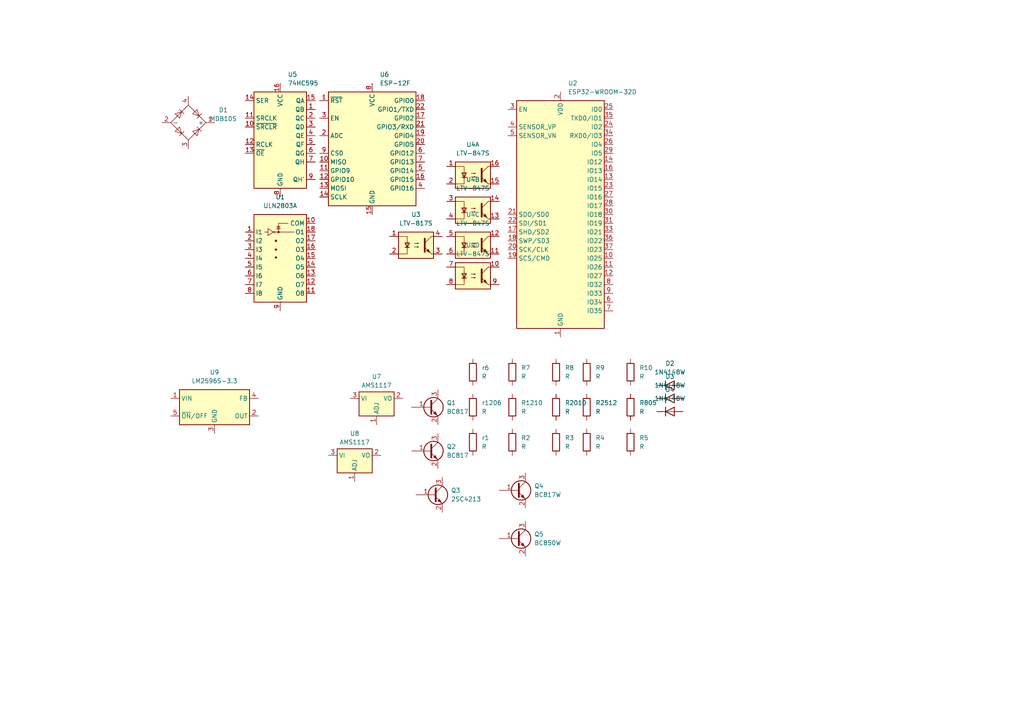
<source format=kicad_sch>
(kicad_sch (version 20230121) (generator eeschema)
  (paper "A4")
  (lib_symbols
    (symbol "74xx:74HC595"
      (property "Reference" "U" (at -7.62 13.97 0))
      (property "Value" "74HC595" (at -7.62 -16.51 0))
      (symbol "74HC595_1_0"
        (pin tri_state line (at 10.16 7.62 180) (length 2.54) (name "QB") (number "1"))
        (pin input line (at -10.16 2.54 0) (length 2.54) (name "~{SRCLR}") (number "10"))
        (pin input line (at -10.16 5.08 0) (length 2.54) (name "SRCLK") (number "11"))
        (pin input line (at -10.16 -2.54 0) (length 2.54) (name "RCLK") (number "12"))
        (pin input line (at -10.16 -5.08 0) (length 2.54) (name "~{OE}") (number "13"))
        (pin input line (at -10.16 10.16 0) (length 2.54) (name "SER") (number "14"))
        (pin tri_state line (at 10.16 10.16 180) (length 2.54) (name "QA") (number "15"))
        (pin power_in line (at 0 15.24 270) (length 2.54) (name "VCC") (number "16"))
        (pin tri_state line (at 10.16 5.08 180) (length 2.54) (name "QC") (number "2"))
        (pin tri_state line (at 10.16 2.54 180) (length 2.54) (name "QD") (number "3"))
        (pin tri_state line (at 10.16 0 180) (length 2.54) (name "QE") (number "4"))
        (pin tri_state line (at 10.16 -2.54 180) (length 2.54) (name "QF") (number "5"))
        (pin tri_state line (at 10.16 -5.08 180) (length 2.54) (name "QG") (number "6"))
        (pin tri_state line (at 10.16 -7.62 180) (length 2.54) (name "QH") (number "7"))
        (pin power_in line (at 0 -17.78 90) (length 2.54) (name "GND") (number "8"))
        (pin output line (at 10.16 -12.7 180) (length 2.54) (name "QH'") (number "9"))
      )
      (symbol "74HC595_1_1"
        (rectangle (start -7.62 12.7) (end 7.62 -15.24) (stroke (width 0.254)) (fill (type background)))
      )
    )
    (symbol "Device:R" (pin_numbers hide) (pin_names (offset 0))
      (property "Reference" "R" (at 2.032 0 90))
      (property "Value" "R" (at 0 0 90))
      (symbol "R_0_1"
        (rectangle (start -1.016 -2.54) (end 1.016 2.54) (stroke (width 0.254)))
      )
      (symbol "R_1_1"
        (pin passive line (at 0 3.81 270) (length 1.27) (name "~") (number "1"))
        (pin passive line (at 0 -3.81 90) (length 1.27) (name "~") (number "2"))
      )
    )
    (symbol "Diode:1N4148W" (pin_numbers hide) (pin_names hide)
      (property "Reference" "D" (at 0 2.54 0))
      (property "Value" "1N4148W" (at 0 -2.54 0))
      (symbol "1N4148W_0_1"
        (polyline (pts (xy -1.27 1.27) (xy -1.27 -1.27)) (stroke (width 0.254)))
        (polyline (pts (xy 1.27 0) (xy -1.27 0)))
        (polyline (pts (xy 1.27 1.27) (xy 1.27 -1.27) (xy -1.27 0) (xy 1.27 1.27)) (stroke (width 0.254)))
      )
      (symbol "1N4148W_1_1"
        (pin passive line (at -3.81 0 0) (length 2.54) (name "K") (number "1"))
        (pin passive line (at 3.81 0 180) (length 2.54) (name "A") (number "2"))
      )
    )
    (symbol "Diode_Bridge:MDB10S"
      (property "Reference" "D" (at 3.81 6.35 0))
      (property "Value" "MDB10S" (at 6.35 3.81 0))
      (symbol "MDB10S_1_1"
        (polyline (pts (xy -2.54 3.81) (xy -1.27 2.54)))
        (polyline (pts (xy -1.27 -2.54) (xy -2.54 -3.81)))
        (polyline (pts (xy 2.54 -1.27) (xy 3.81 -2.54)))
        (polyline (pts (xy 2.54 1.27) (xy 3.81 2.54)))
        (polyline (pts (xy -3.81 2.54) (xy -2.54 1.27) (xy -1.905 3.175) (xy -3.81 2.54)))
        (polyline (pts (xy -2.54 -1.27) (xy -3.81 -2.54) (xy -1.905 -3.175) (xy -2.54 -1.27)))
        (polyline (pts (xy 1.27 2.54) (xy 2.54 3.81) (xy 3.175 1.905) (xy 1.27 2.54)))
        (polyline (pts (xy 3.175 -1.905) (xy 1.27 -2.54) (xy 2.54 -3.81) (xy 3.175 -1.905)))
        (polyline (pts (xy -5.08 0) (xy 0 -5.08) (xy 5.08 0) (xy 0 5.08) (xy -5.08 0)))
        (pin passive line (at 7.62 0 180) (length 2.54) (name "+") (number "1"))
        (pin passive line (at -7.62 0 0) (length 2.54) (name "-") (number "2"))
        (pin passive line (at 0 -7.62 90) (length 2.54) (name "~") (number "3"))
        (pin passive line (at 0 7.62 270) (length 2.54) (name "~") (number "4"))
      )
    )
    (symbol "Isolator:LTV-817S" (pin_names (offset 1.016))
      (property "Reference" "U" (at -3.81 5.08 0))
      (property "Value" "LTV-817S" (at 0 -5.08 0))
      (symbol "LTV-817S_1_1"
        (rectangle (start -5.08 3.81) (end 5.08 -3.81) (stroke (width 0.254)) (fill (type background)))
        (polyline (pts (xy -3.175 -0.635) (xy -1.905 -0.635)) (stroke (width 0.254)))
        (polyline (pts (xy 2.54 0.635) (xy 4.445 2.54)))
        (polyline (pts (xy 4.445 -2.54) (xy 2.54 -0.635)) (fill (type outline)))
        (polyline (pts (xy 4.445 -2.54) (xy 5.08 -2.54)))
        (polyline (pts (xy 4.445 2.54) (xy 5.08 2.54)))
        (polyline (pts (xy -5.08 2.54) (xy -2.54 2.54) (xy -2.54 -0.762)))
        (polyline (pts (xy -2.54 -0.635) (xy -2.54 -2.54) (xy -5.08 -2.54)))
        (polyline (pts (xy 2.54 1.905) (xy 2.54 -1.905) (xy 2.54 -1.905)) (stroke (width 0.508)))
        (polyline (pts (xy -2.54 -0.635) (xy -3.175 0.635) (xy -1.905 0.635) (xy -2.54 -0.635)) (stroke (width 0.254)))
        (polyline (pts (xy -0.508 -0.508) (xy 0.762 -0.508) (xy 0.381 -0.635) (xy 0.381 -0.381) (xy 0.762 -0.508)))
        (polyline (pts (xy -0.508 0.508) (xy 0.762 0.508) (xy 0.381 0.381) (xy 0.381 0.635) (xy 0.762 0.508)))
        (polyline (pts (xy 3.048 -1.651) (xy 3.556 -1.143) (xy 4.064 -2.159) (xy 3.048 -1.651) (xy 3.048 -1.651)) (fill (type outline)))
        (pin passive line (at -7.62 2.54 0) (length 2.54) (name "~") (number "1"))
        (pin passive line (at -7.62 -2.54 0) (length 2.54) (name "~") (number "2"))
        (pin passive line (at 7.62 -2.54 180) (length 2.54) (name "~") (number "3"))
        (pin passive line (at 7.62 2.54 180) (length 2.54) (name "~") (number "4"))
      )
    )
    (symbol "Isolator:LTV-847S" (pin_names (offset 1.016))
      (property "Reference" "U" (at -3.81 5.08 0))
      (property "Value" "LTV-847S" (at 0 -5.08 0))
      (symbol "LTV-847S_0_1"
        (rectangle (start -5.08 3.81) (end 5.08 -3.81) (stroke (width 0.254)) (fill (type background)))
        (polyline (pts (xy -3.175 -0.635) (xy -1.905 -0.635)) (stroke (width 0.254)))
        (polyline (pts (xy 2.54 0.635) (xy 4.445 2.54)))
        (polyline (pts (xy 4.445 -2.54) (xy 2.54 -0.635)) (fill (type outline)))
        (polyline (pts (xy 4.445 -2.54) (xy 5.08 -2.54)))
        (polyline (pts (xy 4.445 2.54) (xy 5.08 2.54)))
        (polyline (pts (xy -2.54 -0.635) (xy -2.54 -2.54) (xy -5.08 -2.54)))
        (polyline (pts (xy 2.54 1.905) (xy 2.54 -1.905) (xy 2.54 -1.905)) (stroke (width 0.508)))
        (polyline (pts (xy -5.08 2.54) (xy -2.54 2.54) (xy -2.54 -1.27) (xy -2.54 0.635)))
        (polyline (pts (xy -2.54 -0.635) (xy -3.175 0.635) (xy -1.905 0.635) (xy -2.54 -0.635)) (stroke (width 0.254)))
        (polyline (pts (xy -0.508 -0.508) (xy 0.762 -0.508) (xy 0.381 -0.635) (xy 0.381 -0.381) (xy 0.762 -0.508)))
        (polyline (pts (xy -0.508 0.508) (xy 0.762 0.508) (xy 0.381 0.381) (xy 0.381 0.635) (xy 0.762 0.508)))
        (polyline (pts (xy 3.048 -1.651) (xy 3.556 -1.143) (xy 4.064 -2.159) (xy 3.048 -1.651) (xy 3.048 -1.651)) (fill (type outline)))
      )
      (symbol "LTV-847S_1_1"
        (pin passive line (at -7.62 2.54 0) (length 2.54) (name "~") (number "1"))
        (pin passive line (at 7.62 -2.54 180) (length 2.54) (name "~") (number "15"))
        (pin passive line (at 7.62 2.54 180) (length 2.54) (name "~") (number "16"))
        (pin passive line (at -7.62 -2.54 0) (length 2.54) (name "~") (number "2"))
      )
      (symbol "LTV-847S_2_1"
        (pin passive line (at 7.62 -2.54 180) (length 2.54) (name "~") (number "13"))
        (pin passive line (at 7.62 2.54 180) (length 2.54) (name "~") (number "14"))
        (pin passive line (at -7.62 2.54 0) (length 2.54) (name "~") (number "3"))
        (pin passive line (at -7.62 -2.54 0) (length 2.54) (name "~") (number "4"))
      )
      (symbol "LTV-847S_3_1"
        (pin passive line (at 7.62 -2.54 180) (length 2.54) (name "~") (number "11"))
        (pin passive line (at 7.62 2.54 180) (length 2.54) (name "~") (number "12"))
        (pin passive line (at -7.62 2.54 0) (length 2.54) (name "~") (number "5"))
        (pin passive line (at -7.62 -2.54 0) (length 2.54) (name "~") (number "6"))
      )
      (symbol "LTV-847S_4_1"
        (pin passive line (at 7.62 2.54 180) (length 2.54) (name "~") (number "10"))
        (pin passive line (at -7.62 2.54 0) (length 2.54) (name "~") (number "7"))
        (pin passive line (at -7.62 -2.54 0) (length 2.54) (name "~") (number "8"))
        (pin passive line (at 7.62 -2.54 180) (length 2.54) (name "~") (number "9"))
      )
    )
    (symbol "RF_Module:ESP-12F"
      (property "Reference" "U" (at -12.7 19.05 0))
      (property "Value" "ESP-12F" (at 12.7 19.05 0))
      (symbol "ESP-12F_0_1"
        (rectangle (start -12.7 17.78) (end 12.7 -15.24) (stroke (width 0.254)) (fill (type background)))
      )
      (symbol "ESP-12F_1_1"
        (pin input line (at -15.24 15.24 0) (length 2.54) (name "~{RST}") (number "1"))
        (pin bidirectional line (at -15.24 -2.54 0) (length 2.54) (name "MISO") (number "10"))
        (pin bidirectional line (at -15.24 -5.08 0) (length 2.54) (name "GPIO9") (number "11"))
        (pin bidirectional line (at -15.24 -7.62 0) (length 2.54) (name "GPIO10") (number "12"))
        (pin bidirectional line (at -15.24 -10.16 0) (length 2.54) (name "MOSI") (number "13"))
        (pin bidirectional line (at -15.24 -12.7 0) (length 2.54) (name "SCLK") (number "14"))
        (pin power_in line (at 0 -17.78 90) (length 2.54) (name "GND") (number "15"))
        (pin bidirectional line (at 15.24 -7.62 180) (length 2.54) (name "GPIO15") (number "16"))
        (pin bidirectional line (at 15.24 10.16 180) (length 2.54) (name "GPIO2") (number "17"))
        (pin bidirectional line (at 15.24 15.24 180) (length 2.54) (name "GPIO0") (number "18"))
        (pin bidirectional line (at 15.24 5.08 180) (length 2.54) (name "GPIO4") (number "19"))
        (pin input line (at -15.24 5.08 0) (length 2.54) (name "ADC") (number "2"))
        (pin bidirectional line (at 15.24 2.54 180) (length 2.54) (name "GPIO5") (number "20"))
        (pin bidirectional line (at 15.24 7.62 180) (length 2.54) (name "GPIO3/RXD") (number "21"))
        (pin bidirectional line (at 15.24 12.7 180) (length 2.54) (name "GPIO1/TXD") (number "22"))
        (pin input line (at -15.24 10.16 0) (length 2.54) (name "EN") (number "3"))
        (pin bidirectional line (at 15.24 -10.16 180) (length 2.54) (name "GPIO16") (number "4"))
        (pin bidirectional line (at 15.24 -5.08 180) (length 2.54) (name "GPIO14") (number "5"))
        (pin bidirectional line (at 15.24 0 180) (length 2.54) (name "GPIO12") (number "6"))
        (pin bidirectional line (at 15.24 -2.54 180) (length 2.54) (name "GPIO13") (number "7"))
        (pin power_in line (at 0 20.32 270) (length 2.54) (name "VCC") (number "8"))
        (pin input line (at -15.24 0 0) (length 2.54) (name "CS0") (number "9"))
      )
    )
    (symbol "RF_Module:ESP32-WROOM-32D"
      (property "Reference" "U" (at -12.7 34.29 0))
      (property "Value" "ESP32-WROOM-32D" (at 1.27 34.29 0))
      (symbol "ESP32-WROOM-32D_0_1"
        (rectangle (start -12.7 33.02) (end 12.7 -33.02) (stroke (width 0.254)) (fill (type background)))
      )
      (symbol "ESP32-WROOM-32D_1_1"
        (pin power_in line (at 0 -35.56 90) (length 2.54) (name "GND") (number "1"))
        (pin bidirectional line (at 15.24 -12.7 180) (length 2.54) (name "IO25") (number "10"))
        (pin bidirectional line (at 15.24 -15.24 180) (length 2.54) (name "IO26") (number "11"))
        (pin bidirectional line (at 15.24 -17.78 180) (length 2.54) (name "IO27") (number "12"))
        (pin bidirectional line (at 15.24 10.16 180) (length 2.54) (name "IO14") (number "13"))
        (pin bidirectional line (at 15.24 15.24 180) (length 2.54) (name "IO12") (number "14"))
        (pin passive line (at 0 -35.56 90) (length 2.54) hide (name "GND") (number "15"))
        (pin bidirectional line (at 15.24 12.7 180) (length 2.54) (name "IO13") (number "16"))
        (pin bidirectional line (at -15.24 -5.08 0) (length 2.54) (name "SHD/SD2") (number "17"))
        (pin bidirectional line (at -15.24 -7.62 0) (length 2.54) (name "SWP/SD3") (number "18"))
        (pin bidirectional line (at -15.24 -12.7 0) (length 2.54) (name "SCS/CMD") (number "19"))
        (pin power_in line (at 0 35.56 270) (length 2.54) (name "VDD") (number "2"))
        (pin bidirectional line (at -15.24 -10.16 0) (length 2.54) (name "SCK/CLK") (number "20"))
        (pin bidirectional line (at -15.24 0 0) (length 2.54) (name "SDO/SD0") (number "21"))
        (pin bidirectional line (at -15.24 -2.54 0) (length 2.54) (name "SDI/SD1") (number "22"))
        (pin bidirectional line (at 15.24 7.62 180) (length 2.54) (name "IO15") (number "23"))
        (pin bidirectional line (at 15.24 25.4 180) (length 2.54) (name "IO2") (number "24"))
        (pin bidirectional line (at 15.24 30.48 180) (length 2.54) (name "IO0") (number "25"))
        (pin bidirectional line (at 15.24 20.32 180) (length 2.54) (name "IO4") (number "26"))
        (pin bidirectional line (at 15.24 5.08 180) (length 2.54) (name "IO16") (number "27"))
        (pin bidirectional line (at 15.24 2.54 180) (length 2.54) (name "IO17") (number "28"))
        (pin bidirectional line (at 15.24 17.78 180) (length 2.54) (name "IO5") (number "29"))
        (pin input line (at -15.24 30.48 0) (length 2.54) (name "EN") (number "3"))
        (pin bidirectional line (at 15.24 0 180) (length 2.54) (name "IO18") (number "30"))
        (pin bidirectional line (at 15.24 -2.54 180) (length 2.54) (name "IO19") (number "31"))
        (pin no_connect line (at -12.7 -27.94 0) (length 2.54) hide (name "NC") (number "32"))
        (pin bidirectional line (at 15.24 -5.08 180) (length 2.54) (name "IO21") (number "33"))
        (pin bidirectional line (at 15.24 22.86 180) (length 2.54) (name "RXD0/IO3") (number "34"))
        (pin bidirectional line (at 15.24 27.94 180) (length 2.54) (name "TXD0/IO1") (number "35"))
        (pin bidirectional line (at 15.24 -7.62 180) (length 2.54) (name "IO22") (number "36"))
        (pin bidirectional line (at 15.24 -10.16 180) (length 2.54) (name "IO23") (number "37"))
        (pin passive line (at 0 -35.56 90) (length 2.54) hide (name "GND") (number "38"))
        (pin passive line (at 0 -35.56 90) (length 2.54) hide (name "GND") (number "39"))
        (pin input line (at -15.24 25.4 0) (length 2.54) (name "SENSOR_VP") (number "4"))
        (pin input line (at -15.24 22.86 0) (length 2.54) (name "SENSOR_VN") (number "5"))
        (pin input line (at 15.24 -25.4 180) (length 2.54) (name "IO34") (number "6"))
        (pin input line (at 15.24 -27.94 180) (length 2.54) (name "IO35") (number "7"))
        (pin bidirectional line (at 15.24 -20.32 180) (length 2.54) (name "IO32") (number "8"))
        (pin bidirectional line (at 15.24 -22.86 180) (length 2.54) (name "IO33") (number "9"))
      )
    )
    (symbol "Regulator_Linear:AMS1117"
      (property "Reference" "U" (at -3.81 3.175 0))
      (property "Value" "AMS1117" (at 0 3.175 0))
      (symbol "AMS1117_0_1"
        (rectangle (start -5.08 -5.08) (end 5.08 1.905) (stroke (width 0.254)) (fill (type background)))
      )
      (symbol "AMS1117_1_1"
        (pin input line (at 0 -7.62 90) (length 2.54) (name "ADJ") (number "1"))
        (pin power_out line (at 7.62 0 180) (length 2.54) (name "VO") (number "2"))
        (pin power_in line (at -7.62 0 0) (length 2.54) (name "VI") (number "3"))
      )
    )
    (symbol "Regulator_Switching:LM2596S-3.3"
      (property "Reference" "U" (at -10.16 6.35 0))
      (property "Value" "LM2596S-3.3" (at 0 6.35 0))
      (symbol "LM2596S-3.3_0_1"
        (rectangle (start -10.16 5.08) (end 10.16 -5.08) (stroke (width 0.254)) (fill (type background)))
      )
      (symbol "LM2596S-3.3_1_1"
        (pin power_in line (at -12.7 2.54 0) (length 2.54) (name "VIN") (number "1"))
        (pin output line (at 12.7 -2.54 180) (length 2.54) (name "OUT") (number "2"))
        (pin power_in line (at 0 -7.62 90) (length 2.54) (name "GND") (number "3"))
        (pin input line (at 12.7 2.54 180) (length 2.54) (name "FB") (number "4"))
        (pin input line (at -12.7 -2.54 0) (length 2.54) (name "~{ON}/OFF") (number "5"))
      )
    )
    (symbol "Transistor_Array:ULN2803A"
      (property "Reference" "U" (at 0 13.335 0))
      (property "Value" "ULN2803A" (at 0 11.43 0))
      (symbol "ULN2803A_0_1"
        (rectangle (start -7.62 -15.24) (end 7.62 10.16) (stroke (width 0.254)) (fill (type background)))
        (circle (center -1.778 5.08) (radius 0.254))
        (circle (center -1.27 -2.286) (radius 0.254) (fill (type outline)))
        (circle (center -1.27 0) (radius 0.254) (fill (type outline)))
        (circle (center -1.27 2.54) (radius 0.254) (fill (type outline)))
        (circle (center -0.508 5.08) (radius 0.254) (fill (type outline)))
        (polyline (pts (xy -4.572 5.08) (xy -3.556 5.08)))
        (polyline (pts (xy -1.524 5.08) (xy 4.064 5.08)))
        (polyline (pts (xy 0 6.731) (xy -1.016 6.731)))
        (polyline (pts (xy -0.508 5.08) (xy -0.508 7.62) (xy 2.286 7.62)))
        (polyline (pts (xy -3.556 6.096) (xy -3.556 4.064) (xy -2.032 5.08) (xy -3.556 6.096)))
        (polyline (pts (xy 0 5.969) (xy -1.016 5.969) (xy -0.508 6.731) (xy 0 5.969)))
      )
      (symbol "ULN2803A_1_1"
        (pin input line (at -10.16 5.08 0) (length 2.54) (name "I1") (number "1"))
        (pin passive line (at 10.16 7.62 180) (length 2.54) (name "COM") (number "10"))
        (pin open_collector line (at 10.16 -12.7 180) (length 2.54) (name "O8") (number "11"))
        (pin open_collector line (at 10.16 -10.16 180) (length 2.54) (name "O7") (number "12"))
        (pin open_collector line (at 10.16 -7.62 180) (length 2.54) (name "O6") (number "13"))
        (pin open_collector line (at 10.16 -5.08 180) (length 2.54) (name "O5") (number "14"))
        (pin open_collector line (at 10.16 -2.54 180) (length 2.54) (name "O4") (number "15"))
        (pin open_collector line (at 10.16 0 180) (length 2.54) (name "O3") (number "16"))
        (pin open_collector line (at 10.16 2.54 180) (length 2.54) (name "O2") (number "17"))
        (pin open_collector line (at 10.16 5.08 180) (length 2.54) (name "O1") (number "18"))
        (pin input line (at -10.16 2.54 0) (length 2.54) (name "I2") (number "2"))
        (pin input line (at -10.16 0 0) (length 2.54) (name "I3") (number "3"))
        (pin input line (at -10.16 -2.54 0) (length 2.54) (name "I4") (number "4"))
        (pin input line (at -10.16 -5.08 0) (length 2.54) (name "I5") (number "5"))
        (pin input line (at -10.16 -7.62 0) (length 2.54) (name "I6") (number "6"))
        (pin input line (at -10.16 -10.16 0) (length 2.54) (name "I7") (number "7"))
        (pin input line (at -10.16 -12.7 0) (length 2.54) (name "I8") (number "8"))
        (pin power_in line (at 0 -17.78 90) (length 2.54) (name "GND") (number "9"))
      )
    )
    (symbol "Transistor_BJT:2SC4213" (pin_names (offset 0) hide)
      (property "Reference" "Q" (at 5.08 1.905 0))
      (property "Value" "2SC4213" (at 5.08 0 0))
      (symbol "2SC4213_0_1"
        (polyline (pts (xy 0.635 0.635) (xy 2.54 2.54)))
        (polyline (pts (xy 0.635 -0.635) (xy 2.54 -2.54) (xy 2.54 -2.54)))
        (polyline (pts (xy 0.635 1.905) (xy 0.635 -1.905) (xy 0.635 -1.905)) (stroke (width 0.508)))
        (polyline (pts (xy 1.27 -1.778) (xy 1.778 -1.27) (xy 2.286 -2.286) (xy 1.27 -1.778) (xy 1.27 -1.778)) (fill (type outline)))
        (circle (center 1.27 0) (radius 2.8194) (stroke (width 0.254)))
      )
      (symbol "2SC4213_1_1"
        (pin input line (at -5.08 0 0) (length 5.715) (name "B") (number "1"))
        (pin passive line (at 2.54 -5.08 90) (length 2.54) (name "E") (number "2"))
        (pin passive line (at 2.54 5.08 270) (length 2.54) (name "C") (number "3"))
      )
    )
    (symbol "Transistor_BJT:BC817" (pin_names (offset 0) hide)
      (property "Reference" "Q" (at 5.08 1.905 0))
      (property "Value" "BC817" (at 5.08 0 0))
      (symbol "BC817_0_1"
        (polyline (pts (xy 0.635 0.635) (xy 2.54 2.54)))
        (polyline (pts (xy 0.635 -0.635) (xy 2.54 -2.54) (xy 2.54 -2.54)))
        (polyline (pts (xy 0.635 1.905) (xy 0.635 -1.905) (xy 0.635 -1.905)) (stroke (width 0.508)))
        (polyline (pts (xy 1.27 -1.778) (xy 1.778 -1.27) (xy 2.286 -2.286) (xy 1.27 -1.778) (xy 1.27 -1.778)) (fill (type outline)))
        (circle (center 1.27 0) (radius 2.8194) (stroke (width 0.254)))
      )
      (symbol "BC817_1_1"
        (pin input line (at -5.08 0 0) (length 5.715) (name "B") (number "1"))
        (pin passive line (at 2.54 -5.08 90) (length 2.54) (name "E") (number "2"))
        (pin passive line (at 2.54 5.08 270) (length 2.54) (name "C") (number "3"))
      )
    )
    (symbol "Transistor_BJT:BC817W" (pin_names (offset 0) hide)
      (property "Reference" "Q" (at 5.08 1.905 0))
      (property "Value" "BC817W" (at 5.08 0 0))
      (symbol "BC817W_0_1"
        (polyline (pts (xy 0.635 0.635) (xy 2.54 2.54)))
        (polyline (pts (xy 0.635 -0.635) (xy 2.54 -2.54) (xy 2.54 -2.54)))
        (polyline (pts (xy 0.635 1.905) (xy 0.635 -1.905) (xy 0.635 -1.905)) (stroke (width 0.508)))
        (polyline (pts (xy 1.27 -1.778) (xy 1.778 -1.27) (xy 2.286 -2.286) (xy 1.27 -1.778) (xy 1.27 -1.778)) (fill (type outline)))
        (circle (center 1.27 0) (radius 2.8194) (stroke (width 0.254)))
      )
      (symbol "BC817W_1_1"
        (pin input line (at -5.08 0 0) (length 5.715) (name "B") (number "1"))
        (pin passive line (at 2.54 -5.08 90) (length 2.54) (name "E") (number "2"))
        (pin passive line (at 2.54 5.08 270) (length 2.54) (name "C") (number "3"))
      )
    )
    (symbol "Transistor_BJT:BC850W" (pin_names (offset 0) hide)
      (property "Reference" "Q" (at 5.08 1.905 0))
      (property "Value" "BC850W" (at 5.08 0 0))
      (symbol "BC850W_0_1"
        (polyline (pts (xy 0.635 0.635) (xy 2.54 2.54)))
        (polyline (pts (xy 0.635 -0.635) (xy 2.54 -2.54) (xy 2.54 -2.54)))
        (polyline (pts (xy 0.635 1.905) (xy 0.635 -1.905) (xy 0.635 -1.905)) (stroke (width 0.508)))
        (polyline (pts (xy 1.27 -1.778) (xy 1.778 -1.27) (xy 2.286 -2.286) (xy 1.27 -1.778) (xy 1.27 -1.778)) (fill (type outline)))
        (circle (center 1.27 0) (radius 2.8194) (stroke (width 0.254)))
      )
      (symbol "BC850W_1_1"
        (pin input line (at -5.08 0 0) (length 5.715) (name "B") (number "1"))
        (pin passive line (at 2.54 -5.08 90) (length 2.54) (name "E") (number "2"))
        (pin passive line (at 2.54 5.08 270) (length 2.54) (name "C") (number "3"))
      )
    )
  )
  (symbol (lib_id "Device:R") (at 182.88 118.11 0) (unit 1)
    (property "Reference" "R805" (at 185.42 116.84 0) (effects (justify left)))
    (property "Value" "R" (at 185.42 119.38 0) (effects (justify left)))
    (property "Footprint" "Resistor_SMD:R_0805_2012Metric_Pad1.20x1.40mm_HandSolder" (effects hide))
  )
  (symbol (lib_id "Device:R") (at 148.59 128.27 0) (unit 1)
    (property "Reference" "R2" (at 151.13 127 0) (effects (justify left)))
    (property "Value" "R" (at 151.13 129.54 0) (effects (justify left)))
    (property "Footprint" "Resistor_SMD:R_1210_3225Metric_Pad1.30x2.65mm_HandSolder" (effects hide))
  )
  (symbol (lib_id "Regulator_Switching:LM2596S-3.3") (at 62.23 118.11 0) (unit 1)
    (property "Reference" "U9" (at 62.23 107.95 0))
    (property "Value" "LM2596S-3.3" (at 62.23 110.49 0))
    (property "Footprint" "Package_TO_SOT_SMD:TO-263-5_TabPin3" (effects hide))
    (property "Datasheet" "http://www.ti.com/lit/ds/symlink/lm2596.pdf" (effects hide))
  )
  (symbol (lib_id "Device:R") (at 137.16 107.95 0) (unit 1)
    (property "Reference" "r6" (at 139.7 106.68 0) (effects (justify left)))
    (property "Value" "R" (at 139.7 109.22 0) (effects (justify left)))
    (property "Footprint" "Resistor_SMD:R_1206_3216Metric_Pad1.30x1.75mm_HandSolder" (effects hide))
  )
  (symbol (lib_id "Transistor_BJT:BC817") (at 124.46 130.81 0) (unit 1)
    (property "Reference" "Q2" (at 129.54 129.54 0) (effects (justify left)))
    (property "Value" "BC817" (at 129.54 132.08 0) (effects (justify left)))
    (property "Footprint" "Package_TO_SOT_SMD:SOT-23_Handsoldering" (effects hide))
    (property "Datasheet" "https://www.onsemi.com/pub/Collateral/BC818-D.pdf" (effects hide))
  )
  (symbol (lib_id "Device:R") (at 182.88 128.27 0) (unit 1)
    (property "Reference" "R5" (at 185.42 127 0) (effects (justify left)))
    (property "Value" "R" (at 185.42 129.54 0) (effects (justify left)))
    (property "Footprint" "Resistor_SMD:R_0805_2012Metric_Pad1.20x1.40mm_HandSolder" (effects hide))
  )
  (symbol (lib_id "Device:R") (at 137.16 118.11 0) (unit 1)
    (property "Reference" "r1206" (at 139.7 116.84 0) (effects (justify left)))
    (property "Value" "R" (at 139.7 119.38 0) (effects (justify left)))
    (property "Footprint" "Resistor_SMD:R_1206_3216Metric_Pad1.30x1.75mm_HandSolder" (effects hide))
  )
  (symbol (lib_id "Isolator:LTV-817S") (at 120.65 71.12 0) (unit 1)
    (property "Reference" "U3" (at 120.65 62.23 0))
    (property "Value" "LTV-817S" (at 120.65 64.77 0))
    (property "Footprint" "Package_DIP:SMDIP-8_W9.53mm" (effects hide))
    (property "Datasheet" "http://www.us.liteon.com/downloads/LTV-817-827-847.PDF" (effects hide))
  )
  (symbol (lib_id "Regulator_Linear:AMS1117") (at 109.22 115.57 0) (unit 1)
    (property "Reference" "U7" (at 109.22 109.22 0))
    (property "Value" "AMS1117" (at 109.22 111.76 0))
    (property "Footprint" "Package_TO_SOT_SMD:SOT-223-3_TabPin2" (effects hide))
    (property "Datasheet" "http://www.advanced-monolithic.com/pdf/ds1117.pdf" (effects hide))
  )
  (symbol (lib_id "Device:R") (at 170.18 107.95 0) (unit 1)
    (property "Reference" "R9" (at 172.72 106.68 0) (effects (justify left)))
    (property "Value" "R" (at 172.72 109.22 0) (effects (justify left)))
    (property "Footprint" "Resistor_SMD:R_2512_6332Metric_Pad1.40x3.35mm_HandSolder" (effects hide))
  )
  (symbol (lib_id "Device:R") (at 182.88 107.95 0) (unit 1)
    (property "Reference" "R10" (at 185.42 106.68 0) (effects (justify left)))
    (property "Value" "R" (at 185.42 109.22 0) (effects (justify left)))
    (property "Footprint" "Resistor_SMD:R_0805_2012Metric_Pad1.20x1.40mm_HandSolder" (effects hide))
  )
  (symbol (lib_id "Device:R") (at 137.16 128.27 0) (unit 1)
    (property "Reference" "r1" (at 139.7 127 0) (effects (justify left)))
    (property "Value" "R" (at 139.7 129.54 0) (effects (justify left)))
    (property "Footprint" "Resistor_SMD:R_1206_3216Metric_Pad1.30x1.75mm_HandSolder" (effects hide))
  )
  (symbol (lib_id "Device:R") (at 161.29 107.95 0) (unit 1)
    (property "Reference" "R8" (at 163.83 106.68 0) (effects (justify left)))
    (property "Value" "R" (at 163.83 109.22 0) (effects (justify left)))
    (property "Footprint" "Resistor_SMD:R_2010_5025Metric_Pad1.40x2.65mm_HandSolder" (effects hide))
  )
  (symbol (lib_id "Transistor_BJT:BC817") (at 124.46 118.11 0) (unit 1)
    (property "Reference" "Q1" (at 129.54 116.84 0) (effects (justify left)))
    (property "Value" "BC817" (at 129.54 119.38 0) (effects (justify left)))
    (property "Footprint" "Package_TO_SOT_SMD:SOT-23_Handsoldering" (effects hide))
    (property "Datasheet" "https://www.onsemi.com/pub/Collateral/BC818-D.pdf" (effects hide))
  )
  (symbol (lib_id "Transistor_BJT:2SC4213") (at 125.73 143.51 0) (unit 1)
    (property "Reference" "Q3" (at 130.81 142.24 0) (effects (justify left)))
    (property "Value" "2SC4213" (at 130.81 144.78 0) (effects (justify left)))
    (property "Footprint" "Package_TO_SOT_SMD:SOT-323_SC-70_Handsoldering" (effects hide))
    (property "Datasheet" "https://toshiba.semicon-storage.com/info/docget.jsp?did=19305&prodName=2SC4213" (effects hide))
  )
  (symbol (lib_id "RF_Module:ESP-12F") (at 107.95 44.45 0) (unit 1)
    (property "Reference" "U6" (at 110.1441 21.59 0) (effects (justify left)))
    (property "Value" "ESP-12F" (at 110.1441 24.13 0) (effects (justify left)))
    (property "Footprint" "RF_Module:ESP-12E" (effects hide))
    (property "Datasheet" "http://wiki.ai-thinker.com/_media/esp8266/esp8266_series_modules_user_manual_v1.1.pdf" (effects hide))
  )
  (symbol (lib_id "RF_Module:ESP32-WROOM-32D") (at 162.56 62.23 0) (unit 1)
    (property "Reference" "U2" (at 164.7541 24.13 0) (effects (justify left)))
    (property "Value" "ESP32-WROOM-32D" (at 164.7541 26.67 0) (effects (justify left)))
    (property "Footprint" "RF_Module:ESP32-WROOM-32D" (effects hide))
    (property "Datasheet" "https://www.espressif.com/sites/default/files/documentation/esp32-wroom-32d_esp32-wroom-32u_datasheet_en.pdf" (effects hide))
  )
  (symbol (lib_id "Transistor_BJT:BC850W") (at 149.86 156.21 0) (unit 1)
    (property "Reference" "Q5" (at 154.94 154.94 0) (effects (justify left)))
    (property "Value" "BC850W" (at 154.94 157.48 0) (effects (justify left)))
    (property "Footprint" "Package_TO_SOT_SMD:SOT-363_SC-70-6" (effects hide))
    (property "Datasheet" "http://www.infineon.com/dgdl/Infineon-BC847SERIES_BC848SERIES_BC849SERIES_BC850SERIES-DS-v01_01-en.pdf?fileId=db3a304314dca389011541d4630a1657" (effects hide))
  )
  (symbol (lib_id "Diode:1N4148W") (at 194.31 111.76 0) (unit 1)
    (property "Reference" "D2" (at 194.31 105.41 0))
    (property "Value" "1N4148W" (at 194.31 107.95 0))
    (property "Footprint" "Diode_SMD:D_SOD-123" (effects hide))
    (property "Datasheet" "https://www.vishay.com/docs/85748/1n4148w.pdf" (effects hide))
    (property "Sim.Device" "D" (effects hide))
    (property "Sim.Pins" "1=K 2=A" (effects hide))
  )
  (symbol (lib_id "Isolator:LTV-847S") (at 137.16 60.96 0) (unit 2)
    (property "Reference" "U4" (at 137.16 52.07 0))
    (property "Value" "LTV-847S" (at 137.16 54.61 0))
    (property "Footprint" "Package_DIP:SMDIP-16_W9.53mm" (effects hide))
    (property "Datasheet" "http://www.us.liteon.com/downloads/LTV-817-827-847.PDF" (effects hide))
  )
  (symbol (lib_id "Device:R") (at 170.18 128.27 0) (unit 1)
    (property "Reference" "R4" (at 172.72 127 0) (effects (justify left)))
    (property "Value" "R" (at 172.72 129.54 0) (effects (justify left)))
    (property "Footprint" "Resistor_SMD:R_2512_6332Metric_Pad1.40x3.35mm_HandSolder" (effects hide))
  )
  (symbol (lib_id "Diode:1N4148W") (at 194.31 115.57 0) (unit 1)
    (property "Reference" "D3" (at 194.31 109.22 0))
    (property "Value" "1N4148W" (at 194.31 111.76 0))
    (property "Footprint" "Diode_SMD:D_SOD-123" (effects hide))
    (property "Datasheet" "https://www.vishay.com/docs/85748/1n4148w.pdf" (effects hide))
    (property "Sim.Device" "D" (effects hide))
    (property "Sim.Pins" "1=K 2=A" (effects hide))
  )
  (symbol (lib_id "Device:R") (at 161.29 128.27 0) (unit 1)
    (property "Reference" "R3" (at 163.83 127 0) (effects (justify left)))
    (property "Value" "R" (at 163.83 129.54 0) (effects (justify left)))
    (property "Footprint" "Resistor_SMD:R_2010_5025Metric_Pad1.40x2.65mm_HandSolder" (effects hide))
  )
  (symbol (lib_id "Diode:1N4148W") (at 194.31 119.38 0) (unit 1)
    (property "Reference" "D4" (at 194.31 113.03 0))
    (property "Value" "1N4148W" (at 194.31 115.57 0))
    (property "Footprint" "Diode_SMD:D_SOD-123" (effects hide))
    (property "Datasheet" "https://www.vishay.com/docs/85748/1n4148w.pdf" (effects hide))
    (property "Sim.Device" "D" (effects hide))
    (property "Sim.Pins" "1=K 2=A" (effects hide))
  )
  (symbol (lib_id "Device:R") (at 161.29 118.11 0) (unit 1)
    (property "Reference" "R2010" (at 163.83 116.84 0) (effects (justify left)))
    (property "Value" "R" (at 163.83 119.38 0) (effects (justify left)))
    (property "Footprint" "Resistor_SMD:R_2010_5025Metric_Pad1.40x2.65mm_HandSolder" (effects hide))
  )
  (symbol (lib_id "Isolator:LTV-847S") (at 137.16 71.12 0) (unit 3)
    (property "Reference" "U4" (at 137.16 62.23 0))
    (property "Value" "LTV-847S" (at 137.16 64.77 0))
    (property "Footprint" "Package_DIP:SMDIP-16_W9.53mm" (effects hide))
    (property "Datasheet" "http://www.us.liteon.com/downloads/LTV-817-827-847.PDF" (effects hide))
  )
  (symbol (lib_id "Diode_Bridge:MDB10S") (at 54.61 35.56 0) (unit 1)
    (property "Reference" "D1" (at 64.77 31.9121 0))
    (property "Value" "MDB10S" (at 64.77 34.4521 0))
    (property "Footprint" "Package_SO:TSSOP-4_4.4x5mm_P4mm" (effects hide))
    (property "Datasheet" "https://www.onsemi.com/pub/Collateral/MDB8S-D.PDF" (effects hide))
  )
  (symbol (lib_id "Regulator_Linear:AMS1117") (at 102.87 132.08 0) (unit 1)
    (property "Reference" "U8" (at 102.87 125.73 0))
    (property "Value" "AMS1117" (at 102.87 128.27 0))
    (property "Footprint" "Package_TO_SOT_SMD:SOT-223-3_TabPin2" (effects hide))
    (property "Datasheet" "http://www.advanced-monolithic.com/pdf/ds1117.pdf" (effects hide))
  )
  (symbol (lib_id "Isolator:LTV-847S") (at 137.16 80.01 0) (unit 4)
    (property "Reference" "U4" (at 137.16 71.12 0))
    (property "Value" "LTV-847S" (at 137.16 73.66 0))
    (property "Footprint" "Package_DIP:SMDIP-16_W9.53mm" (effects hide))
    (property "Datasheet" "http://www.us.liteon.com/downloads/LTV-817-827-847.PDF" (effects hide))
  )
  (symbol (lib_id "Isolator:LTV-847S") (at 137.16 50.8 0) (unit 1)
    (property "Reference" "U4" (at 137.16 41.91 0))
    (property "Value" "LTV-847S" (at 137.16 44.45 0))
    (property "Footprint" "Package_DIP:SMDIP-16_W9.53mm" (effects hide))
    (property "Datasheet" "http://www.us.liteon.com/downloads/LTV-817-827-847.PDF" (effects hide))
  )
  (symbol (lib_id "Device:R") (at 148.59 118.11 0) (unit 1)
    (property "Reference" "R1210" (at 151.13 116.84 0) (effects (justify left)))
    (property "Value" "R" (at 151.13 119.38 0) (effects (justify left)))
    (property "Footprint" "Resistor_SMD:R_1210_3225Metric_Pad1.30x2.65mm_HandSolder" (effects hide))
  )
  (symbol (lib_id "Transistor_BJT:BC817W") (at 149.86 142.24 0) (unit 1)
    (property "Reference" "Q4" (at 154.94 140.97 0) (effects (justify left)))
    (property "Value" "BC817W" (at 154.94 143.51 0) (effects (justify left)))
    (property "Footprint" "Package_TO_SOT_SMD:SOT-323_SC-70_Handsoldering" (effects hide))
    (property "Datasheet" "https://www.onsemi.com/pub/Collateral/BC818-D.pdf" (effects hide))
  )
  (symbol (lib_id "Device:R") (at 170.18 118.11 0) (unit 1)
    (property "Reference" "R2512" (at 172.72 116.84 0) (effects (justify left)))
    (property "Value" "R" (at 172.72 119.38 0) (effects (justify left)))
    (property "Footprint" "Resistor_SMD:R_2512_6332Metric_Pad1.40x3.35mm_HandSolder" (effects hide))
  )
  (symbol (lib_id "74xx:74HC595") (at 81.28 39.37 0) (unit 1)
    (property "Reference" "U5" (at 83.4741 21.59 0) (effects (justify left)))
    (property "Value" "74HC595" (at 83.4741 24.13 0) (effects (justify left)))
    (property "Footprint" "Package_SO:SOIC-16_3.9x9.9mm_P1.27mm" (effects hide))
    (property "Datasheet" "http://www.ti.com/lit/ds/symlink/sn74hc595.pdf" (effects hide))
  )
  (symbol (lib_id "Transistor_Array:ULN2803A") (at 81.28 72.39 0) (unit 1)
    (property "Reference" "U1" (at 81.28 57.15 0))
    (property "Value" "ULN2803A" (at 81.28 59.69 0))
    (property "Footprint" "Package_SO:SOIC-18W_7.5x11.6mm_P1.27mm" (effects hide))
    (property "Datasheet" "http://www.ti.com/lit/ds/symlink/uln2803a.pdf" (effects hide))
  )
  (symbol (lib_id "Device:R") (at 148.59 107.95 0) (unit 1)
    (property "Reference" "R7" (at 151.13 106.68 0) (effects (justify left)))
    (property "Value" "R" (at 151.13 109.22 0) (effects (justify left)))
    (property "Footprint" "Resistor_SMD:R_1210_3225Metric_Pad1.30x2.65mm_HandSolder" (effects hide))
  )
)
</source>
